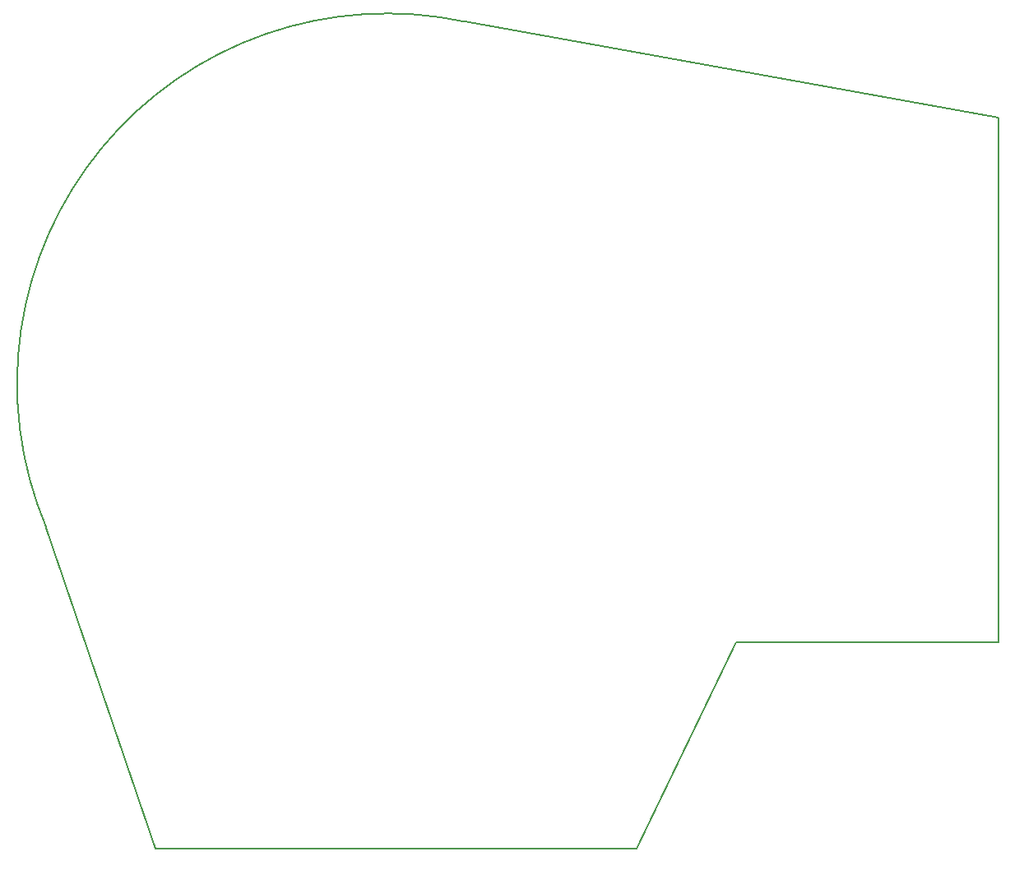
<source format=gm1>
%TF.GenerationSoftware,KiCad,Pcbnew,8.0.8*%
%TF.CreationDate,2025-03-20T00:36:28-04:00*%
%TF.ProjectId,EMP_Cyclone_SAO_v1,454d505f-4379-4636-9c6f-6e655f53414f,rev?*%
%TF.SameCoordinates,Original*%
%TF.FileFunction,Profile,NP*%
%FSLAX46Y46*%
G04 Gerber Fmt 4.6, Leading zero omitted, Abs format (unit mm)*
G04 Created by KiCad (PCBNEW 8.0.8) date 2025-03-20 00:36:28*
%MOMM*%
%LPD*%
G01*
G04 APERTURE LIST*
%TA.AperFunction,Profile*%
%ADD10C,0.200000*%
%TD*%
G04 APERTURE END LIST*
D10*
X64000000Y-115250000D02*
G75*
G02*
X107081549Y-63139068I35081548J14860934D01*
G01*
X75250000Y-148250000D02*
X64000000Y-115250000D01*
X162000000Y-127000000D02*
X162000000Y-73000000D01*
X135000000Y-127000000D02*
X162000000Y-127000000D01*
X124750000Y-148250000D02*
X134999824Y-126999916D01*
X75250000Y-148250000D02*
X124750000Y-148250000D01*
X162000000Y-73000000D02*
X107081549Y-63139067D01*
M02*

</source>
